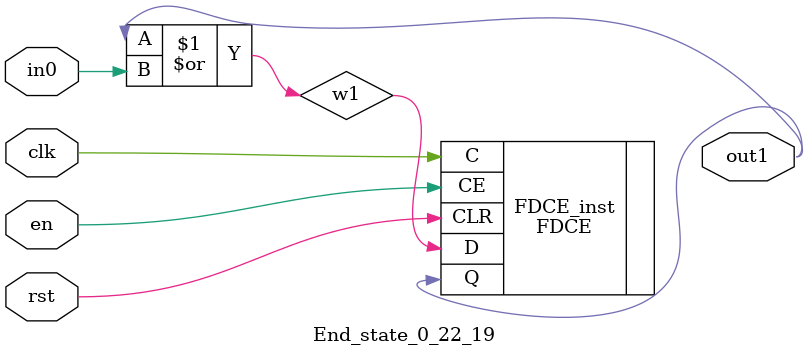
<source format=v>
module engine_0_22(out,clk,sod,en, in_55, in_56, in_3, in_5, in_7, in_8, in_15, in_18, in_19, in_25, in_31, in_38);
//pcre: /\/basic\/cn3c2\/c.*dll/Ui
//block char: 3[0], 2[0], N[0], L[0], I[0], S[0], a[0], c[0], d[0], \x2F[8], .[7], B[0], 

	input clk,sod,en;

	input in_55, in_56, in_3, in_5, in_7, in_8, in_15, in_18, in_19, in_25, in_31, in_38;
	output out;

	assign w0 = 1'b1;
	state_0_22_1 BlockState_0_22_1 (w1,in_25,clk,en,sod,w0);
	state_0_22_2 BlockState_0_22_2 (w2,in_38,clk,en,sod,w1);
	state_0_22_3 BlockState_0_22_3 (w3,in_15,clk,en,sod,w2);
	state_0_22_4 BlockState_0_22_4 (w4,in_8,clk,en,sod,w3);
	state_0_22_5 BlockState_0_22_5 (w5,in_7,clk,en,sod,w4);
	state_0_22_6 BlockState_0_22_6 (w6,in_18,clk,en,sod,w5);
	state_0_22_7 BlockState_0_22_7 (w7,in_25,clk,en,sod,w6);
	state_0_22_8 BlockState_0_22_8 (w8,in_18,clk,en,sod,w7);
	state_0_22_9 BlockState_0_22_9 (w9,in_3,clk,en,sod,w8);
	state_0_22_10 BlockState_0_22_10 (w10,in_55,clk,en,sod,w9);
	state_0_22_11 BlockState_0_22_11 (w11,in_18,clk,en,sod,w10);
	state_0_22_12 BlockState_0_22_12 (w12,in_56,clk,en,sod,w11);
	state_0_22_13 BlockState_0_22_13 (w13,in_25,clk,en,sod,w12);
	state_0_22_14 BlockState_0_22_14 (w14,in_18,clk,en,sod,w13);
	state_0_22_15 BlockState_0_22_15 (w15,in_31,clk,en,sod,w15,w14);
	state_0_22_16 BlockState_0_22_16 (w16,in_19,clk,en,sod,w14,w15);
	state_0_22_17 BlockState_0_22_17 (w17,in_5,clk,en,sod,w16);
	state_0_22_18 BlockState_0_22_18 (w18,in_5,clk,en,sod,w17);
	End_state_0_22_19 BlockState_0_22_19 (out,clk,en,sod,w18);
endmodule

module state_0_22_1(out1,in_char,clk,en,rst,in0);
	input in_char,clk,en,rst,in0;
	output out1;
	wire w1,w2;
	assign w1 = in0; 
	and(w2,in_char,w1);
	FDCE #(.INIT(1'b0)) FDCE_inst (
		.Q(out1),
		.C(clk),
		.CE(en),
		.CLR(rst),
		.D(w2)
);
endmodule

module state_0_22_2(out1,in_char,clk,en,rst,in0);
	input in_char,clk,en,rst,in0;
	output out1;
	wire w1,w2;
	assign w1 = in0; 
	and(w2,in_char,w1);
	FDCE #(.INIT(1'b0)) FDCE_inst (
		.Q(out1),
		.C(clk),
		.CE(en),
		.CLR(rst),
		.D(w2)
);
endmodule

module state_0_22_3(out1,in_char,clk,en,rst,in0);
	input in_char,clk,en,rst,in0;
	output out1;
	wire w1,w2;
	assign w1 = in0; 
	and(w2,in_char,w1);
	FDCE #(.INIT(1'b0)) FDCE_inst (
		.Q(out1),
		.C(clk),
		.CE(en),
		.CLR(rst),
		.D(w2)
);
endmodule

module state_0_22_4(out1,in_char,clk,en,rst,in0);
	input in_char,clk,en,rst,in0;
	output out1;
	wire w1,w2;
	assign w1 = in0; 
	and(w2,in_char,w1);
	FDCE #(.INIT(1'b0)) FDCE_inst (
		.Q(out1),
		.C(clk),
		.CE(en),
		.CLR(rst),
		.D(w2)
);
endmodule

module state_0_22_5(out1,in_char,clk,en,rst,in0);
	input in_char,clk,en,rst,in0;
	output out1;
	wire w1,w2;
	assign w1 = in0; 
	and(w2,in_char,w1);
	FDCE #(.INIT(1'b0)) FDCE_inst (
		.Q(out1),
		.C(clk),
		.CE(en),
		.CLR(rst),
		.D(w2)
);
endmodule

module state_0_22_6(out1,in_char,clk,en,rst,in0);
	input in_char,clk,en,rst,in0;
	output out1;
	wire w1,w2;
	assign w1 = in0; 
	and(w2,in_char,w1);
	FDCE #(.INIT(1'b0)) FDCE_inst (
		.Q(out1),
		.C(clk),
		.CE(en),
		.CLR(rst),
		.D(w2)
);
endmodule

module state_0_22_7(out1,in_char,clk,en,rst,in0);
	input in_char,clk,en,rst,in0;
	output out1;
	wire w1,w2;
	assign w1 = in0; 
	and(w2,in_char,w1);
	FDCE #(.INIT(1'b0)) FDCE_inst (
		.Q(out1),
		.C(clk),
		.CE(en),
		.CLR(rst),
		.D(w2)
);
endmodule

module state_0_22_8(out1,in_char,clk,en,rst,in0);
	input in_char,clk,en,rst,in0;
	output out1;
	wire w1,w2;
	assign w1 = in0; 
	and(w2,in_char,w1);
	FDCE #(.INIT(1'b0)) FDCE_inst (
		.Q(out1),
		.C(clk),
		.CE(en),
		.CLR(rst),
		.D(w2)
);
endmodule

module state_0_22_9(out1,in_char,clk,en,rst,in0);
	input in_char,clk,en,rst,in0;
	output out1;
	wire w1,w2;
	assign w1 = in0; 
	and(w2,in_char,w1);
	FDCE #(.INIT(1'b0)) FDCE_inst (
		.Q(out1),
		.C(clk),
		.CE(en),
		.CLR(rst),
		.D(w2)
);
endmodule

module state_0_22_10(out1,in_char,clk,en,rst,in0);
	input in_char,clk,en,rst,in0;
	output out1;
	wire w1,w2;
	assign w1 = in0; 
	and(w2,in_char,w1);
	FDCE #(.INIT(1'b0)) FDCE_inst (
		.Q(out1),
		.C(clk),
		.CE(en),
		.CLR(rst),
		.D(w2)
);
endmodule

module state_0_22_11(out1,in_char,clk,en,rst,in0);
	input in_char,clk,en,rst,in0;
	output out1;
	wire w1,w2;
	assign w1 = in0; 
	and(w2,in_char,w1);
	FDCE #(.INIT(1'b0)) FDCE_inst (
		.Q(out1),
		.C(clk),
		.CE(en),
		.CLR(rst),
		.D(w2)
);
endmodule

module state_0_22_12(out1,in_char,clk,en,rst,in0);
	input in_char,clk,en,rst,in0;
	output out1;
	wire w1,w2;
	assign w1 = in0; 
	and(w2,in_char,w1);
	FDCE #(.INIT(1'b0)) FDCE_inst (
		.Q(out1),
		.C(clk),
		.CE(en),
		.CLR(rst),
		.D(w2)
);
endmodule

module state_0_22_13(out1,in_char,clk,en,rst,in0);
	input in_char,clk,en,rst,in0;
	output out1;
	wire w1,w2;
	assign w1 = in0; 
	and(w2,in_char,w1);
	FDCE #(.INIT(1'b0)) FDCE_inst (
		.Q(out1),
		.C(clk),
		.CE(en),
		.CLR(rst),
		.D(w2)
);
endmodule

module state_0_22_14(out1,in_char,clk,en,rst,in0);
	input in_char,clk,en,rst,in0;
	output out1;
	wire w1,w2;
	assign w1 = in0; 
	and(w2,in_char,w1);
	FDCE #(.INIT(1'b0)) FDCE_inst (
		.Q(out1),
		.C(clk),
		.CE(en),
		.CLR(rst),
		.D(w2)
);
endmodule

module state_0_22_15(out1,in_char,clk,en,rst,in0,in1);
	input in_char,clk,en,rst,in0,in1;
	output out1;
	wire w1,w2;
	or(w1,in0,in1);
	and(w2,in_char,w1);
	FDCE #(.INIT(1'b0)) FDCE_inst (
		.Q(out1),
		.C(clk),
		.CE(en),
		.CLR(rst),
		.D(w2)
);
endmodule

module state_0_22_16(out1,in_char,clk,en,rst,in0,in1);
	input in_char,clk,en,rst,in0,in1;
	output out1;
	wire w1,w2;
	or(w1,in0,in1);
	and(w2,in_char,w1);
	FDCE #(.INIT(1'b0)) FDCE_inst (
		.Q(out1),
		.C(clk),
		.CE(en),
		.CLR(rst),
		.D(w2)
);
endmodule

module state_0_22_17(out1,in_char,clk,en,rst,in0);
	input in_char,clk,en,rst,in0;
	output out1;
	wire w1,w2;
	assign w1 = in0; 
	and(w2,in_char,w1);
	FDCE #(.INIT(1'b0)) FDCE_inst (
		.Q(out1),
		.C(clk),
		.CE(en),
		.CLR(rst),
		.D(w2)
);
endmodule

module state_0_22_18(out1,in_char,clk,en,rst,in0);
	input in_char,clk,en,rst,in0;
	output out1;
	wire w1,w2;
	assign w1 = in0; 
	and(w2,in_char,w1);
	FDCE #(.INIT(1'b0)) FDCE_inst (
		.Q(out1),
		.C(clk),
		.CE(en),
		.CLR(rst),
		.D(w2)
);
endmodule

module End_state_0_22_19(out1,clk,en,rst,in0);
	input clk,rst,en,in0;
	output out1;
	wire w1;
	or(w1,out1,in0);
	FDCE #(.INIT(1'b0)) FDCE_inst (
		.Q(out1),
		.C(clk),
		.CE(en),
		.CLR(rst),
		.D(w1)
);
endmodule


</source>
